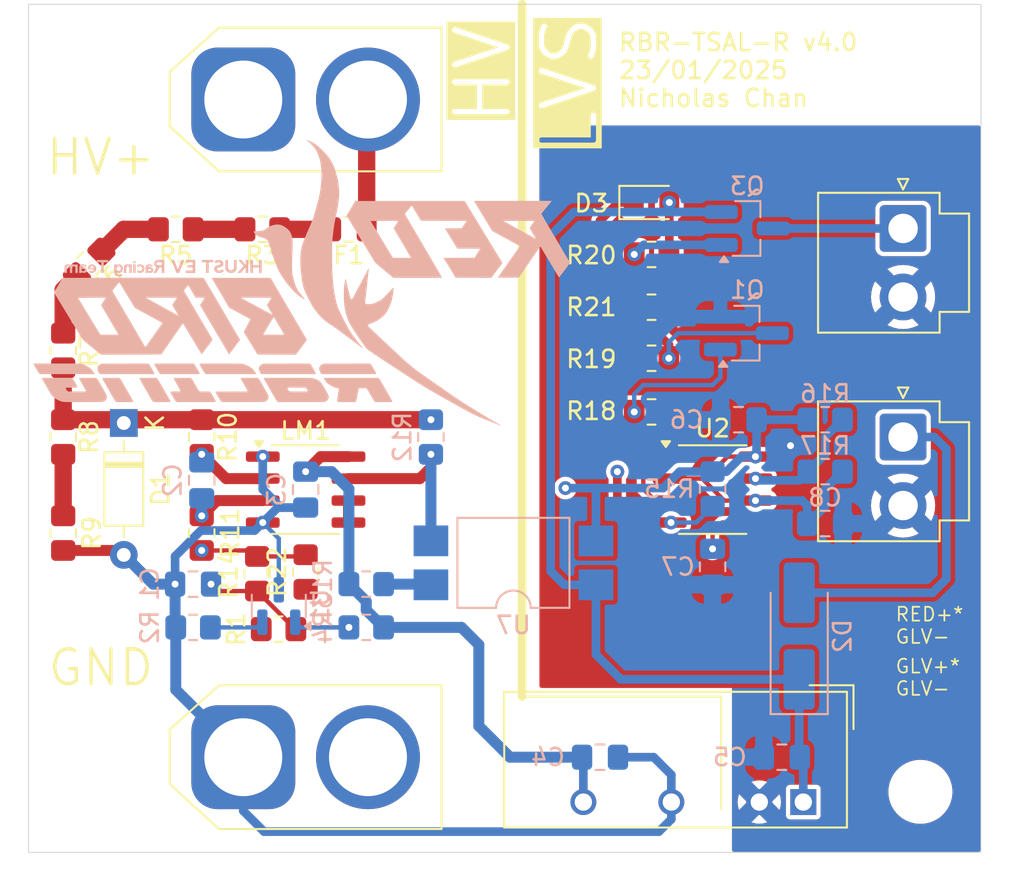
<source format=kicad_pcb>
(kicad_pcb (version 20240108) (generator "pcbnew") (generator_version "8.0")
  (layers (0 "F.Cu" signal) (31 "B.Cu" signal) (34 "B.Paste" user) (35 "F.Paste" user) (36 "B.SilkS" user "B.Silkscreen") (37 "F.SilkS" user "F.Silkscreen") (38 "B.Mask" user) (39 "F.Mask" user) (44 "Edge.Cuts" user))
  (net 0 "")
  (net 1 "GND")
  (net 2 "+12V")
  (net 3 "VCC")
  (net 4 "GLV-")
  (net 5 "/Vref")
  (net 6 "GLV+")
  (net 7 "/RED+")
  (net 8 "/Vin")
  (net 9 "Net-(J1-Pin_2)")
  (net 10 "Net-(F1-Pad1)")
  (net 11 "Net-(LM1--)")
  (net 12 "Net-(LM1-BAL)")
  (net 13 "Net-(LM1-+)")
  (net 14 "Net-(LM1-Pad7)")
  (net 15 "Net-(U1-REF)")
  (net 16 "Net-(D3-K)")
  (net 17 "Net-(U1-K)")
  (net 18 "Net-(R5-Pad2)")
  (net 19 "Net-(Q1-B)")
  (net 20 "Net-(R6-Pad1)")
  (net 21 "Net-(R8-Pad1)")
  (net 22 "Net-(R3-Pad2)")
  (net 23 "Net-(R13-Pad2)")
  (net 26 "Net-(Q1-C)")
  (net 27 "Net-(U2-VCC)")
  (net 28 "Net-(U2-CV)")
  (net 29 "Net-(U2-THR)")
  (net 30 "Net-(U2-R)")
  (net 31 "Net-(U2-DIS)")
  (net 32 "Net-(U2-Q)")
  (footprint "Connector_JST:JST_VH_B2P-VH_1x02_P3.96mm_Vertical" (layer "F.Cu") (at 150.5 62.95 -90)
    (property "Reference" "J4" (hide yes))
    (property "Value" "Conn_01x02")
    (pad "1" thru_hole roundrect (at 0 0 270) (size 2.7 2.7) (drill 1.7) (layers "*.Cu" "*.Mask") (roundrect_rratio 0.092593) (net 7 "/RED+"))
    (pad "2" thru_hole circle (at 3.96 0 270) (size 2.7 2.7) (drill 1.7) (layers "*.Cu" "*.Mask") (net 4 "GLV-"))
  )
  (footprint "Resistor_SMD:R_0805_2012Metric_Pad1.20x1.40mm_HandSolder" (layer "F.Cu") (at 135.975 64.45 180)
    (property "Reference" "R20" (at 3.475 -0.05 180) (layer "F.SilkS"))
    (property "Value" "1k")
    (pad "1" smd roundrect (at -1 0 180) (size 1.2 1.4) (layers "F.Cu" "F.Paste" "F.Mask") (roundrect_rratio 0.208333) (net 3 "VCC"))
    (pad "2" smd roundrect (at 1 0 180) (size 1.2 1.4) (layers "F.Cu" "F.Paste" "F.Mask") (roundrect_rratio 0.208333) (net 26 "Net-(Q1-C)"))
  )
  (footprint "MountingHole:MountingHole_3.2mm_M3" (layer "F.Cu") (at 151.5 53.5)
    (property "Reference" "H2" (hide yes))
    (property "Value" "MountingHole")
    (pad "" np_thru_hole circle (at 0 0) (size 3.2 3.2) (drill 3.2) (layers "*.Cu" "*.Mask"))
  )
  (footprint "Resistor_SMD:R_0805_2012Metric_Pad1.20x1.40mm_HandSolder" (layer "F.Cu") (at 102 80.555556 -90)
    (property "Reference" "R9" (at 0 -1.65 -90) (layer "F.SilkS"))
    (property "Value" "1k")
    (pad "1" smd roundrect (at -1 0 270) (size 1.2 1.4) (layers "F.Cu" "F.Paste" "F.Mask") (roundrect_rratio 0.208333) (net 21 "Net-(R8-Pad1)"))
    (pad "2" smd roundrect (at 1 0 270) (size 1.2 1.4) (layers "F.Cu" "F.Paste" "F.Mask") (roundrect_rratio 0.208333) (net 1 "GND"))
  )
  (footprint "MountingHole:MountingHole_3.2mm_M3" (layer "F.Cu") (at 103.5 53.5)
    (property "Reference" "H1" (hide yes))
    (property "Value" "MountingHole")
    (pad "" np_thru_hole circle (at 0 0) (size 3.2 3.2) (drill 3.2) (layers "*.Cu" "*.Mask"))
  )
  (footprint "Resistor_SMD:R_0805_2012Metric_Pad1.20x1.40mm_HandSolder" (layer "F.Cu") (at 135.975 73.55 180)
    (property "Reference" "R18" (at 3.475 0.05 180) (layer "F.SilkS"))
    (property "Value" "1k")
    (pad "1" smd roundrect (at -1 0 180) (size 1.2 1.4) (layers "F.Cu" "F.Paste" "F.Mask") (roundrect_rratio 0.208333) (net 32 "Net-(U2-Q)"))
    (pad "2" smd roundrect (at 1 0 180) (size 1.2 1.4) (layers "F.Cu" "F.Paste" "F.Mask") (roundrect_rratio 0.208333) (net 19 "Net-(Q1-B)"))
  )
  (footprint "Package_SO:SOIC-8_3.9x4.9mm_P1.27mm" (layer "F.Cu") (at 116 78.0375)
    (property "Reference" "LM1" (at 0 -3.4 0) (layer "F.SilkS"))
    (property "Value" "LM311")
    (pad "1" smd roundrect (at -2.475 -1.905) (size 1.95 0.6) (layers "F.Cu" "F.Paste" "F.Mask") (net 1 "GND"))
    (pad "2" smd roundrect (at -2.475 -0.635) (size 1.95 0.6) (layers "F.Cu" "F.Paste" "F.Mask") (net 13 "Net-(LM1-+)"))
    (pad "3" smd roundrect (at -2.475 0.635) (size 1.95 0.6) (layers "F.Cu" "F.Paste" "F.Mask") (net 11 "Net-(LM1--)"))
    (pad "4" smd roundrect (at -2.475 1.905) (size 1.95 0.6) (layers "F.Cu" "F.Paste" "F.Mask") (net 1 "GND"))
    (pad "5" smd roundrect (at 2.475 1.905) (size 1.95 0.6) (layers "F.Cu" "F.Paste" "F.Mask") (net 12 "Net-(LM1-BAL)"))
    (pad "6" smd roundrect (at 2.475 0.635) (size 1.95 0.6) (layers "F.Cu" "F.Paste" "F.Mask") (net 12 "Net-(LM1-BAL)"))
    (pad "7" smd roundrect (at 2.475 -0.635) (size 1.95 0.6) (layers "F.Cu" "F.Paste" "F.Mask") (net 14 "Net-(LM1-Pad7)"))
    (pad "8" smd roundrect (at 2.475 -1.905) (size 1.95 0.6) (layers "F.Cu" "F.Paste" "F.Mask") (net 2 "+12V"))
  )
  (footprint "Resistor_SMD:R_0805_2012Metric_Pad1.20x1.40mm_HandSolder" (layer "F.Cu") (at 108.5 63 180)
    (property "Reference" "R5" (at 0 -1.5 180) (layer "F.SilkS"))
    (property "Value" "249k")
    (pad "1" smd roundrect (at -1 0 180) (size 1.2 1.4) (layers "F.Cu" "F.Paste" "F.Mask") (roundrect_rratio 0.208333) (net 22 "Net-(R3-Pad2)"))
    (pad "2" smd roundrect (at 1 0 180) (size 1.2 1.4) (layers "F.Cu" "F.Paste" "F.Mask") (roundrect_rratio 0.208333) (net 18 "Net-(R5-Pad2)"))
  )
  (footprint "Resistor_SMD:R_0805_2012Metric_Pad1.20x1.40mm_HandSolder" (layer "F.Cu") (at 110 75 90)
    (property "Reference" "R10" (at 0 1.5 90) (layer "F.SilkS"))
    (property "Value" "100")
    (pad "1" smd roundrect (at -1 0 90) (size 1.2 1.4) (layers "F.Cu" "F.Paste" "F.Mask") (roundrect_rratio 0.208333) (net 13 "Net-(LM1-+)"))
    (pad "2" smd roundrect (at 1 0 90) (size 1.2 1.4) (layers "F.Cu" "F.Paste" "F.Mask") (roundrect_rratio 0.208333) (net 8 "/Vin"))
  )
  (footprint "Fuse:Fuse_0805_2012Metric_Pad1.15x1.40mm_HandSolder" (layer "F.Cu") (at 118.5 63)
    (property "Reference" "F1" (at 0 1.5 0) (layer "F.SilkS"))
    (property "Value" "Fuse")
    (pad "1" smd roundrect (at -1.025 0) (size 1.15 1.4) (layers "F.Cu" "F.Paste" "F.Mask") (roundrect_rratio 0.217391) (net 10 "Net-(F1-Pad1)"))
    (pad "2" smd roundrect (at 1.025 0) (size 1.15 1.4) (layers "F.Cu" "F.Paste" "F.Mask") (roundrect_rratio 0.217391) (net 9 "Net-(J1-Pin_2)"))
  )
  (footprint "Connector_AMASS:AMASS_XT60-M_1x02_P7.20mm_Vertical" (layer "F.Cu") (at 112.4 55.5)
    (property "Reference" "J1" (hide yes))
    (property "Value" "Conn_01x02_Pin")
    (pad "1" thru_hole roundrect (at 0 0) (size 6 6) (drill 4.5) (layers "*.Cu" "*.Mask"))
    (pad "2" thru_hole circle (at 7.2 0) (size 6 6) (drill 4.5) (layers "*.Cu" "*.Mask") (net 9 "Net-(J1-Pin_2)"))
  )
  (footprint "Resistor_SMD:R_0805_2012Metric_Pad1.20x1.40mm_HandSolder" (layer "F.Cu") (at 113.2 82.9 90)
    (property "Reference" "R14" (at 0 -1.65 270) (layer "F.SilkS"))
    (property "Value" "1k")
    (pad "1" smd roundrect (at -1 0 90) (size 1.2 1.4) (layers "F.Cu" "F.Paste" "F.Mask") (roundrect_rratio 0.208333) (net 17 "Net-(U1-K)"))
    (pad "2" smd roundrect (at 1 0 90) (size 1.2 1.4) (layers "F.Cu" "F.Paste" "F.Mask") (roundrect_rratio 0.208333) (net 5 "/Vref"))
  )
  (footprint "Converter_DCDC:Converter_DCDC_TRACO_TBA2-xxxx_Single_THT" (layer "F.Cu") (at 144.7375 96.0925 -90)
    (property "Reference" "U3" (hide yes))
    (property "Value" "B1212")
    (pad "1" thru_hole rect (at 0 0 270) (size 1.5 1.5) (drill 1) (layers "*.Cu" "*.Mask") (net 3 "VCC"))
    (pad "2" thru_hole circle (at 0 2.54 270) (size 1.5 1.5) (drill 1) (layers "*.Cu" "*.Mask") (net 4 "GLV-"))
    (pad "4" thru_hole circle (at 0 7.62 270) (size 1.5 1.5) (drill 1) (layers "*.Cu" "*.Mask") (net 1 "GND"))
    (pad "6" thru_hole circle (at 0 12.7 270) (size 1.5 1.5) (drill 1) (layers "*.Cu" "*.Mask") (net 2 "+12V"))
  )
  (footprint "MountingHole:MountingHole_3.2mm_M3" (layer "F.Cu") (at 103.5 95.5)
    (property "Reference" "H3" (hide yes))
    (property "Value" "MountingHole")
    (pad "" np_thru_hole circle (at 0 0) (size 3.2 3.2) (drill 3.2) (layers "*.Cu" "*.Mask"))
  )
  (footprint "Diode_THT:D_DO-35_SOD27_P7.62mm_Horizontal" (layer "F.Cu") (at 105.5 74.19 -90)
    (property "Reference" "D1" (at 3.81 -2.12 90) (layer "F.SilkS"))
    (property "Value" "12V")
    (fp_text user "K" (at 0 -1.8 90) (layer "F.SilkS"))
    (pad "1" thru_hole rect (at 0 0 270) (size 1.6 1.6) (drill 0.8) (layers "*.Cu" "*.Mask") (net 8 "/Vin"))
    (pad "2" thru_hole oval (at 7.62 0 270) (size 1.6 1.6) (drill 0.8) (layers "*.Cu" "*.Mask") (net 1 "GND"))
  )
  (footprint "Resistor_SMD:R_0805_2012Metric_Pad1.20x1.40mm_HandSolder" (layer "F.Cu") (at 102 75 90)
    (property "Reference" "R8" (at 0 1.5 90) (layer "F.SilkS"))
    (property "Value" "25k")
    (pad "1" smd roundrect (at -1 0 90) (size 1.2 1.4) (layers "F.Cu" "F.Paste" "F.Mask") (roundrect_rratio 0.208333) (net 21 "Net-(R8-Pad1)"))
    (pad "2" smd roundrect (at 1 0 90) (size 1.2 1.4) (layers "F.Cu" "F.Paste" "F.Mask") (roundrect_rratio 0.208333) (net 8 "/Vin"))
  )
  (footprint "Resistor_SMD:R_0805_2012Metric_Pad1.20x1.40mm_HandSolder" (layer "F.Cu") (at 135.975 67.5)
    (property "Reference" "R21" (at -3.475 0 0) (layer "F.SilkS"))
    (property "Value" "100k")
    (pad "1" smd roundrect (at -1 0) (size 1.2 1.4) (layers "F.Cu" "F.Paste" "F.Mask") (roundrect_rratio 0.208333) (net 26 "Net-(Q1-C)"))
    (pad "2" smd roundrect (at 1 0) (size 1.2 1.4) (layers "F.Cu" "F.Paste" "F.Mask") (roundrect_rratio 0.208333) (net 4 "GLV-"))
  )
  (footprint "Resistor_SMD:R_0805_2012Metric_Pad1.20x1.40mm_HandSolder" (layer "F.Cu") (at 102 70 -90)
    (property "Reference" "R7" (at 0 -1.5 -90) (layer "F.SilkS"))
    (property "Value" "249k")
    (pad "1" smd roundrect (at -1 0 270) (size 1.2 1.4) (layers "F.Cu" "F.Paste" "F.Mask") (roundrect_rratio 0.208333) (net 20 "Net-(R6-Pad1)"))
    (pad "2" smd roundrect (at 1 0 270) (size 1.2 1.4) (layers "F.Cu" "F.Paste" "F.Mask") (roundrect_rratio 0.208333) (net 8 "/Vin"))
  )
  (footprint "LED_SMD:LED_0805_2012Metric_Pad1.15x1.40mm_HandSolder" (layer "F.Cu") (at 135.975 61.45)
    (property "Reference" "D3" (at -3.475 0.05 0) (layer "F.SilkS"))
    (property "Value" "LED")
    (pad "1" smd roundrect (at -1.025 0) (size 1.15 1.4) (layers "F.Cu" "F.Paste" "F.Mask") (roundrect_rratio 0.217391) (net 16 "Net-(D3-K)"))
    (pad "2" smd roundrect (at 1.025 0) (size 1.15 1.4) (layers "F.Cu" "F.Paste" "F.Mask") (roundrect_rratio 0.217391) (net 3 "VCC"))
  )
  (footprint "Connector_JST:JST_VH_B2P-VH_1x02_P3.96mm_Vertical" (layer "F.Cu") (at 150.5 75 -90)
    (property "Reference" "J3" (hide yes))
    (property "Value" "Conn_01x02")
    (pad "1" thru_hole roundrect (at 0 0 270) (size 2.7 2.7) (drill 1.7) (layers "*.Cu" "*.Mask") (roundrect_rratio 0.092593) (net 6 "GLV+"))
    (pad "2" thru_hole circle (at 3.96 0 270) (size 2.7 2.7) (drill 1.7) (layers "*.Cu" "*.Mask") (net 4 "GLV-"))
  )
  (footprint "Resistor_SMD:R_0805_2012Metric_Pad1.20x1.40mm_HandSolder" (layer "F.Cu") (at 116 82.8 90)
    (property "Reference" "R22" (at 0 -1.65 270) (layer "F.SilkS"))
    (property "Value" "1k")
    (pad "1" smd roundrect (at -1 0 90) (size 1.2 1.4) (layers "F.Cu" "F.Paste" "F.Mask") (roundrect_rratio 0.208333) (net 1 "GND"))
    (pad "2" smd roundrect (at 1 0 90) (size 1.2 1.4) (layers "F.Cu" "F.Paste" "F.Mask") (roundrect_rratio 0.208333) (net 5 "/Vref"))
  )
  (footprint "Resistor_SMD:R_0805_2012Metric_Pad1.20x1.40mm_HandSolder" (layer "F.Cu") (at 110 80.555556 -90)
    (property "Reference" "R11" (at 0 -1.65 -90) (layer "F.SilkS"))
    (property "Value" "100")
    (pad "1" smd roundrect (at -1 0 270) (size 1.2 1.4) (layers "F.Cu" "F.Paste" "F.Mask") (roundrect_rratio 0.208333) (net 11 "Net-(LM1--)"))
    (pad "2" smd roundrect (at 1 0 270) (size 1.2 1.4) (layers "F.Cu" "F.Paste" "F.Mask") (roundrect_rratio 0.208333) (net 5 "/Vref"))
  )
  (footprint "Resistor_SMD:R_0805_2012Metric_Pad1.20x1.40mm_HandSolder" (layer "F.Cu") (at 113.5 63 180)
    (property "Reference" "R3" (at 0 -1.5 180) (layer "F.SilkS"))
    (property "Value" "249k")
    (pad "1" smd roundrect (at -1 0 180) (size 1.2 1.4) (layers "F.Cu" "F.Paste" "F.Mask") (roundrect_rratio 0.208333) (net 10 "Net-(F1-Pad1)"))
    (pad "2" smd roundrect (at 1 0 180) (size 1.2 1.4) (layers "F.Cu" "F.Paste" "F.Mask") (roundrect_rratio 0.208333) (net 22 "Net-(R3-Pad2)"))
  )
  (footprint "Connector_AMASS:AMASS_XT60-M_1x02_P7.20mm_Vertical" (layer "F.Cu") (at 112.4 93.5)
    (property "Reference" "J2" (hide yes))
    (property "Value" "Conn_01x02_Pin")
    (pad "1" thru_hole roundrect (at 0 0) (size 6 6) (drill 4.5) (layers "*.Cu" "*.Mask") (net 1 "GND"))
    (pad "2" thru_hole circle (at 7.2 0) (size 6 6) (drill 4.5) (layers "*.Cu" "*.Mask"))
  )
  (footprint "MountingHole:MountingHole_3.2mm_M3" (layer "F.Cu") (at 151.5 95.5)
    (property "Reference" "H4" (hide yes))
    (property "Value" "MountingHole")
    (pad "" np_thru_hole circle (at 0 0) (size 3.2 3.2) (drill 3.2) (layers "*.Cu" "*.Mask"))
  )
  (footprint "Resistor_SMD:R_0805_2012Metric_Pad1.20x1.40mm_HandSolder" (layer "F.Cu") (at 103.5 65 45)
    (property "Reference" "R6" (at 0 1.414214 45) (layer "F.SilkS"))
    (property "Value" "249k")
    (pad "1" smd roundrect (at -1 0 45) (size 1.2 1.4) (layers "F.Cu" "F.Paste" "F.Mask") (roundrect_rratio 0.208333) (net 20 "Net-(R6-Pad1)"))
    (pad "2" smd roundrect (at 1 0 45) (size 1.2 1.4) (layers "F.Cu" "F.Paste" "F.Mask") (roundrect_rratio 0.208333) (net 18 "Net-(R5-Pad2)"))
  )
  (footprint "Package_SO:SOIC-8_3.9x4.9mm_P1.27mm" (layer "F.Cu") (at 139.5 78.0375)
    (property "Reference" "U2" (at 0 -3.5375 0) (layer "F.SilkS"))
    (property "Value" "NE555D")
    (pad "1" smd roundrect (at -2.475 -1.905) (size 1.95 0.6) (layers "F.Cu" "F.Paste" "F.Mask") (net 4 "GLV-"))
    (pad "2" smd roundrect (at -2.475 -0.635) (size 1.95 0.6) (layers "F.Cu" "F.Paste" "F.Mask") (net 29 "Net-(U2-THR)"))
    (pad "3" smd roundrect (at -2.475 0.635) (size 1.95 0.6) (layers "F.Cu" "F.Paste" "F.Mask") (net 32 "Net-(U2-Q)"))
    (pad "4" smd roundrect (at -2.475 1.905) (size 1.95 0.6) (layers "F.Cu" "F.Paste" "F.Mask") (net 30 "Net-(U2-R)"))
    (pad "5" smd roundrect (at 2.475 1.905) (size 1.95 0.6) (layers "F.Cu" "F.Paste" "F.Mask") (net 28 "Net-(U2-CV)"))
    (pad "6" smd roundrect (at 2.475 0.635) (size 1.95 0.6) (layers "F.Cu" "F.Paste" "F.Mask") (net 29 "Net-(U2-THR)"))
    (pad "7" smd roundrect (at 2.475 -0.635) (size 1.95 0.6) (layers "F.Cu" "F.Paste" "F.Mask") (net 31 "Net-(U2-DIS)"))
    (pad "8" smd roundrect (at 2.475 -1.905) (size 1.95 0.6) (layers "F.Cu" "F.Paste" "F.Mask") (net 27 "Net-(U2-VCC)"))
  )
  (footprint "Resistor_SMD:R_0805_2012Metric_Pad1.20x1.40mm_HandSolder" (layer "F.Cu") (at 114.4375 86.1 180)
    (property "Reference" "R1" (at 2.4375 0 270) (layer "F.SilkS"))
    (property "Value" "2k")
    (pad "1" smd roundrect (at -1 0 180) (size 1.2 1.4) (layers "F.Cu" "F.Paste" "F.Mask") (roundrect_rratio 0.208333) (net 17 "Net-(U1-K)"))
    (pad "2" smd roundrect (at 1 0 180) (size 1.2 1.4) (layers "F.Cu" "F.Paste" "F.Mask") (roundrect_rratio 0.208333) (net 15 "Net-(U1-REF)"))
  )
  (footprint "Resistor_SMD:R_0805_2012Metric_Pad1.20x1.40mm_HandSolder" (layer "F.Cu") (at 135.975 70.45)
    (property "Reference" "R19" (at -3.475 0.05 0) (layer "F.SilkS"))
    (property "Value" "1k")
    (pad "1" smd roundrect (at -1 0) (size 1.2 1.4) (layers "F.Cu" "F.Paste" "F.Mask") (roundrect_rratio 0.208333) (net 16 "Net-(D3-K)"))
    (pad "2" smd roundrect (at 1 0) (size 1.2 1.4) (layers "F.Cu" "F.Paste" "F.Mask") (roundrect_rratio 0.208333) (net 26 "Net-(Q1-C)"))
  )
  (footprint "RBR_logo:RBR_logo" (layer "B.Cu") (at 115.5 66 180)
    (property "Reference" "G***" (hide yes))
    (property "Value" "LOGO" (hide yes))
  )
  (footprint "Package_TO_SOT_SMD:SOT-23" (layer "B.Cu") (at 114.45 84.7625 90)
    (property "Reference" "U1" (at 0 2.4 270) (layer "B.SilkS") (effects (justify mirror)))
    (property "Value" "TL431DBZ")
    (pad "1" smd roundrect (at -0.9375 0.95 90) (size 1.475 0.6) (layers "B.Cu" "B.Paste" "B.Mask") (net 17 "Net-(U1-K)"))
    (pad "2" smd roundrect (at -0.9375 -0.95 90) (size 1.475 0.6) (layers "B.Cu" "B.Paste" "B.Mask") (net 15 "Net-(U1-REF)"))
    (pad "3" smd roundrect (at 0.9375 0 90) (size 1.475 0.6) (layers "B.Cu" "B.Paste" "B.Mask") (net 1 "GND"))
  )
  (footprint "Package_TO_SOT_SMD:SOT-23_Handsoldering" (layer "B.Cu") (at 141.45 69)
    (property "Reference" "Q1" (at 0.05 -2.5 0) (layer "B.SilkS") (effects (justify mirror)))
    (property "Value" "MMBT3904")
    (pad "1" smd roundrect (at -1.5 0.95) (size 1.9 0.8) (layers "B.Cu" "B.Paste" "B.Mask") (net 19 "Net-(Q1-B)"))
    (pad "2" smd roundrect (at -1.5 -0.95) (size 1.9 0.8) (layers "B.Cu" "B.Paste" "B.Mask") (net 4 "GLV-"))
    (pad "3" smd roundrect (at 1.5 0) (size 1.9 0.8) (layers "B.Cu" "B.Paste" "B.Mask") (net 26 "Net-(Q1-C)"))
  )
  (footprint "Diode_SMD:D_SMA_Handsoldering" (layer "B.Cu") (at 144.5 86.5 90)
    (property "Reference" "D2" (at 0 2.5 90) (layer "B.SilkS") (effects (justify mirror)))
    (property "Value" "D")
    (pad "1" smd roundrect (at -2.5 0 90) (size 3.5 1.8) (layers "B.Cu" "B.Paste" "B.Mask") (roundrect_rratio 0.1388888889) (net 3 "VCC"))
    (pad "2" smd roundrect (at 2.5 0 90) (size 3.5 1.8) (layers "B.Cu" "B.Paste" "B.Mask") (roundrect_rratio 0.1388888889) (net 6 "GLV+"))
  )
  (footprint "Capacitor_SMD:C_0805_2012Metric_Pad1.18x1.45mm_HandSolder" (layer "B.Cu") (at 116 78.0375 -90)
    (property "Reference" "C3" (at 0 1.68 90) (layer "B.SilkS") (effects (justify mirror)))
    (property "Value" "100n")
    (pad "1" smd roundrect (at -1.0375 0 270) (size 1.175 1.45) (layers "B.Cu" "B.Paste" "B.Mask") (roundrect_rratio 0.212766) (net 2 "+12V"))
    (pad "2" smd roundrect (at 1.0375 0 270) (size 1.175 1.45) (layers "B.Cu" "B.Paste" "B.Mask") (roundrect_rratio 0.212766) (net 1 "GND"))
  )
  (footprint "Resistor_SMD:R_0805_2012Metric_Pad1.20x1.40mm_HandSolder" (layer "B.Cu") (at 146 74 180)
    (property "Reference" "R16" (at 0 1.5 180) (layer "B.SilkS") (effects (justify mirror)))
    (property "Value" "22k")
    (pad "1" smd roundrect (at -1 0 180) (size 1.2 1.4) (layers "B.Cu" "B.Paste" "B.Mask") (roundrect_rratio 0.208333) (net 31 "Net-(U2-DIS)"))
    (pad "2" smd roundrect (at 1 0 180) (size 1.2 1.4) (layers "B.Cu" "B.Paste" "B.Mask") (roundrect_rratio 0.208333) (net 27 "Net-(U2-VCC)"))
  )
  (footprint "Capacitor_SMD:C_0805_2012Metric_Pad1.18x1.45mm_HandSolder" (layer "B.Cu") (at 133 93.5 180)
    (property "Reference" "C4" (at 3 0 180) (layer "B.SilkS") (effects (justify mirror)))
    (property "Value" "1uF")
    (pad "1" smd roundrect (at -1.0375 0 180) (size 1.175 1.45) (layers "B.Cu" "B.Paste" "B.Mask") (roundrect_rratio 0.212766) (net 1 "GND"))
    (pad "2" smd roundrect (at 1.0375 0 180) (size 1.175 1.45) (layers "B.Cu" "B.Paste" "B.Mask") (roundrect_rratio 0.212766) (net 2 "+12V"))
  )
  (footprint "Capacitor_SMD:C_0805_2012Metric_Pad1.18x1.45mm_HandSolder" (layer "B.Cu") (at 139.5 82.5 90)
    (property "Reference" "C7" (at 0 -2 0) (layer "B.SilkS") (effects (justify mirror)))
    (property "Value" "100n")
    (pad "1" smd roundrect (at -1.0375 0 90) (size 1.175 1.45) (layers "B.Cu" "B.Paste" "B.Mask") (roundrect_rratio 0.212766) (net 4 "GLV-"))
    (pad "2" smd roundrect (at 1.0375 0 90) (size 1.175 1.45) (layers "B.Cu" "B.Paste" "B.Mask") (roundrect_rratio 0.212766) (net 28 "Net-(U2-CV)"))
  )
  (footprint "Resistor_SMD:R_0805_2012Metric_Pad1.20x1.40mm_HandSolder" (layer "B.Cu") (at 119.5 86)
    (property "Reference" "R4" (at -2.5 0 90) (layer "B.SilkS") (effects (justify mirror)))
    (property "Value" "2k2")
    (pad "1" smd roundrect (at -1 0) (size 1.2 1.4) (layers "B.Cu" "B.Paste" "B.Mask") (roundrect_rratio 0.208333) (net 17 "Net-(U1-K)"))
    (pad "2" smd roundrect (at 1 0) (size 1.2 1.4) (layers "B.Cu" "B.Paste" "B.Mask") (roundrect_rratio 0.208333) (net 2 "+12V"))
  )
  (footprint "Package_TO_SOT_SMD:SOT-23_Handsoldering" (layer "B.Cu") (at 141.5 62.95)
    (property "Reference" "Q3" (at 0 -2.45 0) (layer "B.SilkS") (effects (justify mirror)))
    (property "Value" "AO3401A")
    (pad "1" smd roundrect (at -1.5 0.95) (size 1.9 0.8) (layers "B.Cu" "B.Paste" "B.Mask") (net 26 "Net-(Q1-C)"))
    (pad "2" smd roundrect (at -1.5 -0.95) (size 1.9 0.8) (layers "B.Cu" "B.Paste" "B.Mask") (net 3 "VCC"))
    (pad "3" smd roundrect (at 1.5 0) (size 1.9 0.8) (layers "B.Cu" "B.Paste" "B.Mask") (net 7 "/RED+"))
  )
  (footprint "Capacitor_SMD:C_0805_2012Metric_Pad1.18x1.45mm_HandSolder" (layer "B.Cu") (at 109.5 83.5 180)
    (property "Reference" "C1" (at 2.5 0 -90) (layer "B.SilkS") (effects (justify mirror)))
    (property "Value" "0.1uF")
    (pad "1" smd roundrect (at -1.0375 0 180) (size 1.175 1.45) (layers "B.Cu" "B.Paste" "B.Mask") (roundrect_rratio 0.212766) (net 17 "Net-(U1-K)"))
    (pad "2" smd roundrect (at 1.0375 0 180) (size 1.175 1.45) (layers "B.Cu" "B.Paste" "B.Mask") (roundrect_rratio 0.212766) (net 1 "GND"))
  )
  (footprint "Capacitor_SMD:C_0805_2012Metric_Pad1.18x1.45mm_HandSolder" (layer "B.Cu") (at 141 74)
    (property "Reference" "C6" (at -3 0 180) (layer "B.SilkS") (effects (justify mirror)))
    (property "Value" "100n")
    (pad "1" smd roundrect (at -1.0375 0) (size 1.175 1.45) (layers "B.Cu" "B.Paste" "B.Mask") (roundrect_rratio 0.212766) (net 4 "GLV-"))
    (pad "2" smd roundrect (at 1.0375 0) (size 1.175 1.45) (layers "B.Cu" "B.Paste" "B.Mask") (roundrect_rratio 0.212766) (net 27 "Net-(U2-VCC)"))
  )
  (footprint "Resistor_SMD:R_0805_2012Metric_Pad1.20x1.40mm_HandSolder" (layer "B.Cu") (at 139.5 78 90)
    (property "Reference" "R15" (at 0 -2.5 0) (layer "B.SilkS") (effects (justify mirror)))
    (property "Value" "22k")
    (pad "1" smd roundrect (at -1 0 90) (size 1.2 1.4) (layers "B.Cu" "B.Paste" "B.Mask") (roundrect_rratio 0.208333) (net 30 "Net-(U2-R)"))
    (pad "2" smd roundrect (at 1 0 90) (size 1.2 1.4) (layers "B.Cu" "B.Paste" "B.Mask") (roundrect_rratio 0.208333) (net 27 "Net-(U2-VCC)"))
  )
  (footprint "Package_DIP:SMDIP-4_W9.53mm" (layer "B.Cu") (at 128 82.27)
    (property "Reference" "U7" (at 0 3.6 0) (layer "B.SilkS") (effects (justify mirror)))
    (property "Value" "LTV-817S")
    (pad "1" smd rect (at -4.765 1.27) (size 2 1.78) (layers "B.Cu" "B.Paste" "B.Mask") (net 23 "Net-(R13-Pad2)"))
    (pad "2" smd rect (at -4.765 -1.27) (size 2 1.78) (layers "B.Cu" "B.Paste" "B.Mask") (net 14 "Net-(LM1-Pad7)"))
    (pad "3" smd rect (at 4.765 -1.27) (size 2 1.78) (layers "B.Cu" "B.Paste" "B.Mask") (net 27 "Net-(U2-VCC)"))
    (pad "4" smd rect (at 4.765 1.27) (size 2 1.78) (layers "B.Cu" "B.Paste" "B.Mask") (net 3 "VCC"))
  )
  (footprint "Capacitor_SMD:C_0805_2012Metric_Pad1.18x1.45mm_HandSolder" (layer "B.Cu") (at 146 80 180)
    (property "Reference" "C8" (at 0 1.5 0) (layer "B.SilkS") (effects (justify mirror)))
    (property "Value" "1u")
    (pad "1" smd roundrect (at -1.0375 0 180) (size 1.175 1.45) (layers "B.Cu" "B.Paste" "B.Mask") (roundrect_rratio 0.212766) (net 4 "GLV-"))
    (pad "2" smd roundrect (at 1.0375 0 180) (size 1.175 1.45) (layers "B.Cu" "B.Paste" "B.Mask") (roundrect_rratio 0.212766) (net 29 "Net-(U2-THR)"))
  )
  (footprint "Resistor_SMD:R_0805_2012Metric_Pad1.20x1.40mm_HandSolder" (layer "B.Cu") (at 119.5 83.5)
    (property "Reference" "R13" (at -2.5 0 90) (layer "B.SilkS") (effects (justify mirror)))
    (property "Value" "2k2")
    (pad "1" smd roundrect (at -1 0) (size 1.2 1.4) (layers "B.Cu" "B.Paste" "B.Mask") (roundrect_rratio 0.208333) (net 2 "+12V"))
    (pad "2" smd roundrect (at 1 0) (size 1.2 1.4) (layers "B.Cu" "B.Paste" "B.Mask") (roundrect_rratio 0.208333) (net 23 "Net-(R13-Pad2)"))
  )
  (footprint "Resistor_SMD:R_0805_2012Metric_Pad1.20x1.40mm_HandSolder" (layer "B.Cu") (at 109.5 86 180)
    (property "Reference" "R2" (at 2.5 0 -90) (layer "B.SilkS") (effects (justify mirror)))
    (property "Value" "10k")
    (pad "1" smd roundrect (at -1 0 180) (size 1.2 1.4) (layers "B.Cu" "B.Paste" "B.Mask") (roundrect_rratio 0.208333) (net 15 "Net-(U1-REF)"))
    (pad "2" smd roundrect (at 1 0 180) (size 1.2 1.4) (layers "B.Cu" "B.Paste" "B.Mask") (roundrect_rratio 0.208333) (net 1 "GND"))
  )
  (footprint "Capacitor_SMD:C_0805_2012Metric_Pad1.18x1.45mm_HandSolder" (layer "B.Cu") (at 143.5 93.5)
    (property "Reference" "C5" (at -3 0 0) (layer "B.SilkS") (effects (justify mirror)))
    (property "Value" "2.2uF")
    (pad "1" smd roundrect (at -1.0375 0) (size 1.175 1.45) (layers "B.Cu" "B.Paste" "B.Mask") (roundrect_rratio 0.212766) (net 4 "GLV-"))
    (pad "2" smd roundrect (at 1.0375 0) (size 1.175 1.45) (layers "B.Cu" "B.Paste" "B.Mask") (roundrect_rratio 0.212766) (net 3 "VCC"))
  )
  (footprint "Resistor_SMD:R_0805_2012Metric_Pad1.20x1.40mm_HandSolder" (layer "B.Cu") (at 146 77 180)
    (property "Reference" "R17" (at 0 1.5 0) (layer "B.SilkS") (effects (justify mirror)))
    (property "Value" "220k")
    (pad "1" smd roundrect (at -1 0 180) (size 1.2 1.4) (layers "B.Cu" "B.Paste" "B.Mask") (roundrect_rratio 0.208333) (net 29 "Net-(U2-THR)"))
    (pad "2" smd roundrect (at 1 0 180) (size 1.2 1.4) (layers "B.Cu" "B.Paste" "B.Mask") (roundrect_rratio 0.208333) (net 31 "Net-(U2-DIS)"))
  )
  (footprint "Resistor_SMD:R_0805_2012Metric_Pad1.20x1.40mm_HandSolder" (layer "B.Cu") (at 123.235 75 -90)
    (property "Reference" "R12" (at 0 1.65 90) (layer "B.SilkS") (effects (justify mirror)))
    (property "Value" "1M")
    (pad "1" smd roundrect (at -1 0 270) (size 1.2 1.4) (layers "B.Cu" "B.Paste" "B.Mask") (roundrect_rratio 0.208333) (net 8 "/Vin"))
    (pad "2" smd roundrect (at 1 0 270) (size 1.2 1.4) (layers "B.Cu" "B.Paste" "B.Mask") (roundrect_rratio 0.208333) (net 14 "Net-(LM1-Pad7)"))
  )
  (footprint "Capacitor_SMD:C_0805_2012Metric_Pad1.18x1.45mm_HandSolder" (layer "B.Cu") (at 110 77.5 -90)
    (property "Reference" "C2" (at 0 1.68 90) (layer "B.SilkS") (effects (justify mirror)))
    (property "Value" "10n")
    (pad "1" smd roundrect (at -1.0375 0 270) (size 1.175 1.45) (layers "B.Cu" "B.Paste" "B.Mask") (roundrect_rratio 0.212766) (net 13 "Net-(LM1-+)"))
    (pad "2" smd roundrect (at 1.0375 0 270) (size 1.175 1.45) (layers "B.Cu" "B.Paste" "B.Mask") (roundrect_rratio 0.212766) (net 11 "Net-(LM1--)"))
  )
  (gr_line (start 140 96.5) (end 140 90) (stroke (width 0.12)) (layer "F.SilkS"))
  (gr_line (start 140 90) (end 128.5 90) (stroke (width 0.12)) (layer "F.SilkS"))
  (gr_line (start 128.5 90) (end 128.5 50) (stroke (width 0.5)) (layer "F.SilkS"))
  (gr_rect (start 100 50) (end 155 99) (stroke (width 0.05)) (fill none) (layer "Edge.Cuts"))
  (gr_text "GND" (at 101 89.5 0) (layer "F.SilkS") (effects (font (size 2 2) (thickness 0.2)) (justify left bottom)))
  (gr_text "HV" (at 128 51 90) (layer "F.SilkS" knockout) (effects (font (size 3 3) (thickness 0.3)) (justify right bottom)))
  (gr_text "RBR-TSAL-R v4.0\n23/01/2025\nNicholas Chan" (at 134 56 0) (layer "F.SilkS") (effects (font (size 1 1)) (justify left bottom)))
  (gr_text "LVS" (at 133 50.5 90) (layer "F.SilkS" knockout) (effects (font (size 3 3) (thickness 0.3)) (justify right bottom)))
  (gr_text "GLV+*\nGLV-" (at 150 90 0) (layer "F.SilkS") (effects (font (size 0.8 0.8) (thickness 0.1)) (justify left bottom)))
  (gr_text "HV+" (at 100.904762 60 0) (layer "F.SilkS") (effects (font (size 2 2) (thickness 0.2)) (justify left bottom)))
  (gr_text "RED+*\nGLV-" (at 150 87 0) (layer "F.SilkS") (effects (font (size 0.8 0.8) (thickness 0.1)) (justify left bottom)))
  (segment (start 105.245556 81.555556) (end 105.5 81.81) (width 0.635) (layer "F.Cu") (net 1))
  (segment (start 102 81.555556) (end 105.245556 81.555556) (width 0.635) (layer "F.Cu") (net 1))
  (via (at 113.525 79.9425) (size 0.8) (drill 0.4) (layers "F.Cu" "B.Cu") (net 1))
  (via (at 113.525 76.1325) (size 0.8) (drill 0.4) (layers "F.Cu" "B.Cu") (net 1))
  (via (at 108.4625 83.5) (size 0.8) (drill 0.4) (layers "F.Cu" "B.Cu") (net 1))
  (segment (start 108.4625 85.9625) (end 108.5 86) (width 0.635) (layer "B.Cu") (net 1))
  (segment (start 113.525 79.9425) (end 113.061944 80.405556) (width 0.5) (layer "B.Cu") (net 1))
  (segment (start 114.3925 79.075) (end 113.525 79.9425) (width 0.5) (layer "B.Cu") (net 1))
  (segment (start 116 79.075) (end 114.3925 79.075) (width 0.5) (layer "B.Cu") (net 1))
  (segment (start 114.575 79.075) (end 113.525 78.025) (width 0.5) (layer "B.Cu") (net 1))
  (segment (start 116 79.075) (end 114.575 79.075) (width 0.5) (layer "B.Cu") (net 1))
  (segment (start 114.45 83.825) (end 114.45 80.8675) (width 0.25) (layer "B.Cu") (net 1))
  (segment (start 108.5 89.6) (end 112.4 93.5) (width 0.635) (layer "B.Cu") (net 1))
  (segment (start 137.1175 97.0825) (end 136.4 97.8) (width 0.5) (layer "B.Cu") (net 1))
  (segment (start 114.45 80.8675) (end 113.525 79.9425) (width 0.25) (layer "B.Cu") (net 1))
  (segment (start 112.4 96.6) (end 112.4 93.5) (width 0.5) (layer "B.Cu") (net 1))
  (segment (start 108.4625 83.5) (end 107.19 83.5) (width 0.635) (layer "B.Cu") (net 1))
  (segment (start 113.061944 80.405556) (end 109.947918 80.405556) (width 0.5) (layer "B.Cu") (net 1))
  (segment (start 113.6 97.8) (end 112.4 96.6) (width 0.5) (layer "B.Cu") (net 1))
  (segment (start 108.4625 81.890974) (end 108.4625 83.5) (width 0.5) (layer "B.Cu") (net 1))
  (segment (start 136.4 97.8) (end 113.6 97.8) (width 0.5) (layer "B.Cu") (net 1))
  (segment (start 137.1175 94.5175) (end 136.1 93.5) (width 0.5) (layer "B.Cu") (net 1))
  (segment (start 137.1175 96.0925) (end 137.1175 97.0825) (width 0.5) (layer "B.Cu") (net 1))
  (segment (start 137.1175 96.0925) (end 137.1175 94.5175) (width 0.5) (layer "B.Cu") (net 1))
  (segment (start 113.525 78.025) (end 113.525 76.1325) (width 0.5) (layer "B.Cu") (net 1))
  (segment (start 136.1 93.5) (end 134.0375 93.5) (width 0.5) (layer "B.Cu") (net 1))
  (segment (start 109.947918 80.405556) (end 108.4625 81.890974) (width 0.5) (layer "B.Cu") (net 1))
  (segment (start 107.19 83.5) (end 105.5 81.81) (width 0.635) (layer "B.Cu") (net 1))
  (segment (start 108.4625 83.5) (end 108.4625 85.9625) (width 0.635) (layer "B.Cu") (net 1))
  (segment (start 108.5 86) (end 108.5 89.6) (width 0.635) (layer "B.Cu") (net 1))
  (segment (start 118.475 76.1325) (end 116.8675 76.1325) (width 0.635) (layer "F.Cu") (net 2))
  (segment (start 116.8675 76.1325) (end 116 77) (width 0.635) (layer "F.Cu") (net 2))
  (via (at 116 77) (size 0.8) (drill 0.4) (layers "F.Cu" "B.Cu") (net 2))
  (segment (start 125 86) (end 126 87) (width 0.635) (layer "B.Cu") (net 2))
  (segment (start 126 91.7) (end 127.8 93.5) (width 0.635) (layer "B.Cu") (net 2))
  (segment (start 116 77) (end 117.5 77) (width 0.635) (layer "B.Cu") (net 2))
  (segment (start 132.0375 96.0925) (end 132.0375 93.575) (width 0.5) (layer "B.Cu") (net 2))
  (segment (start 132.0375 93.5375) (end 131.9625 93.4625) (width 0.635) (layer "B.Cu") (net 2))
  (segment (start 127.8 93.5) (end 131.9625 93.5) (width 0.635) (layer "B.Cu") (net 2))
  (segment (start 118.5 78) (end 118.5 83.5) (width 0.635) (layer "B.Cu") (net 2))
  (segment (start 119.5 85) (end 120.5 86) (width 0.635) (layer "B.Cu") (net 2))
  (segment (start 126 87) (end 126 91.7) (width 0.635) (layer "B.Cu") (net 2))
  (segment (start 132.0375 93.575) (end 131.9625 93.5) (width 0.5) (layer "B.Cu") (net 2))
  (segment (start 118.5 83.5) (end 119.5 84.5) (width 0.635) (layer "B.Cu") (net 2))
  (segment (start 120.5 86) (end 125 86) (width 0.635) (layer "B.Cu") (net 2))
  (segment (start 117.5 77) (end 118.5 78) (width 0.635) (layer "B.Cu") (net 2))
  (segment (start 119.5 84.5) (end 119.5 85) (width 0.635) (layer "B.Cu") (net 2))
  (segment (start 137 61.45) (end 137 64.425) (width 0.5) (layer "F.Cu") (net 3))
  (segment (start 137 64.425) (end 136.975 64.45) (width 0.5) (layer "F.Cu") (net 3))
  (via (at 137 61.45) (size 0.8) (drill 0.4) (layers "F.Cu" "B.Cu") (net 3))
  (segment (start 144.5375 93.4) (end 144.7375 93.6) (width 0.5) (layer "B.Cu") (net 3))
  (segment (start 130.94 83.54) (end 130.15 82.75) (width 0.5) (layer "B.Cu") (net 3))
  (segment (start 144.5 93.48125) (end 144.5375 93.51875) (width 0.5) (layer "B.Cu") (net 3))
  (segment (start 144.5 93.4625) (end 144.5375 93.5) (width 0.5) (layer "B.Cu") (net 3))
  (segment (start 134.2 89) (end 132.765 87.565) (width 0.5) (layer "B.Cu") (net 3))
  (segment (start 140 62) (end 137.2 62) (width 0.5) (layer "B.Cu") (net 3))
  (segment (start 131.5 62) (end 140 62) (width 0.5) (layer "B.Cu") (net 3))
  (segment (start 132.765 87.565) (end 132.765 83.54) (width 0.5) (layer "B.Cu") (net 3))
  (segment (start 132.765 83.54) (end 130.94 83.54) (width 0.5) (layer "B.Cu") (net 3))
  (segment (start 144.7375 96.0925) (end 144.7375 93.7) (width 0.5) (layer "B.Cu") (net 3))
  (segment (start 144.5 89) (end 134.2 89) (width 0.5) (layer "B.Cu") (net 3))
  (segment (start 130.15 82.75) (end 130.15 63.35) (width 0.5) (layer "B.Cu") (net 3))
  (segment (start 144.7375 93.7) (end 144.5375 93.5) (width 0.5) (layer "B.Cu") (net 3))
  (segment (start 137 61.8) (end 137 61.45) (width 0.5) (layer "B.Cu") (net 3))
  (segment (start 144.5 89) (end 144.5 93.4625) (width 0.5) (layer "B.Cu") (net 3))
  (segment (start 137.2 62) (end 137 61.8) (width 0.5) (layer "B.Cu") (net 3))
  (segment (start 130.15 63.35) (end 131.5 62) (width 0.5) (layer "B.Cu") (net 3))
  (via (at 144 75.5) (size 0.8) (drill 0.4) (layers "F.Cu" "B.Cu") (net 4))
  (segment (start 112.9 81.9) (end 112.555556 81.555556) (width 0.25) (layer "F.Cu") (net 5))
  (segment (start 115.9 81.9) (end 116 81.8) (width 0.25) (layer "F.Cu") (net 5))
  (segment (start 112.555556 81.555556) (end 110 81.555556) (width 0.25) (layer "F.Cu") (net 5))
  (segment (start 113.2 81.9) (end 112.9 81.9) (width 0.25) (layer "F.Cu") (net 5))
  (segment (start 113.2 81.9) (end 115.9 81.9) (width 0.25) (layer "F.Cu") (net 5))
  (via (at 110 81.555556) (size 0.8) (drill 0.4) (layers "F.Cu" "B.Cu") (net 5))
  (segment (start 152.3 75) (end 153 75.7) (width 0.5) (layer "B.Cu") (net 6))
  (segment (start 152.2 84) (end 144.5 84) (width 0.5) (layer "B.Cu") (net 6))
  (segment (start 150.5 75) (end 152.3 75) (width 0.5) (layer "B.Cu") (net 6))
  (segment (start 153 83.2) (end 152.2 84) (width 0.5) (layer "B.Cu") (net 6))
  (segment (start 153 75.7) (end 153 83.2) (width 0.5) (layer "B.Cu") (net 6))
  (segment (start 143 62.95) (end 150.5 62.95) (width 0.5) (layer "B.Cu") (net 7))
  (segment (start 105.31 74) (end 105.5 74.19) (width 1) (layer "F.Cu") (net 8))
  (segment (start 105.5 74.19) (end 105.69 74) (width 1) (layer "F.Cu") (net 8))
  (segment (start 105.69 74) (end 110 74) (width 1) (layer "F.Cu") (net 8))
  (segment (start 102 71) (end 102 74) (width 1) (layer "F.Cu") (net 8))
  (segment (start 102 74) (end 105.31 74) (width 1) (layer "F.Cu") (net 8))
  (segment (start 110 74) (end 123.235 74) (width 1) (layer "F.Cu") (net 8))
  (via (at 123.235 74) (size 0.8) (drill 0.4) (layers "F.Cu" "B.Cu") (net 8))
  (segment (start 119.525 63) (end 119.525 55.575) (width 1) (layer "F.Cu") (net 9))
  (segment (start 119.525 55.575) (end 119.6 55.5) (width 1) (layer "F.Cu") (net 9))
  (segment (start 117.475 63) (end 114.5 63) (width 1) (layer "F.Cu") (net 10))
  (segment (start 110 79.555556) (end 110.883056 78.6725) (width 0.635) (layer "F.Cu") (net 11))
  (segment (start 110.883056 78.6725) (end 113.525 78.6725) (width 0.635) (layer "F.Cu") (net 11))
  (via (at 110 79.555556) (size 0.8) (drill 0.4) (layers "F.Cu" "B.Cu") (net 11))
  (segment (start 110 79.555556) (end 110 78.5375) (width 0.635) (layer "B.Cu") (net 11))
  (segment (start 118.475 78.6725) (end 118.475 79.9425) (width 0.635) (layer "F.Cu") (net 12))
  (segment (start 111.4025 77.4025) (end 113.525 77.4025) (width 0.635) (layer "F.Cu") (net 13))
  (segment (start 110 76) (end 111.4025 77.4025) (width 0.635) (layer "F.Cu") (net 13))
  (via (at 110 76) (size 0.8) (drill 0.4) (layers "F.Cu" "B.Cu") (net 13))
  (segment (start 110 76.4625) (end 110 76) (width 0.5) (layer "B.Cu") (net 13))
  (segment (start 123.235 76.765) (end 123.235 76) (width 0.635) (layer "F.Cu") (net 14))
  (segment (start 118.475 77.4025) (end 122.5975 77.4025) (width 0.635) (layer "F.Cu") (net 14))
  (segment (start 122.5975 77.4025) (end 123.235 76.765) (width 0.635) (layer "F.Cu") (net 14))
  (via (at 123.235 76) (size 0.8) (drill 0.4) (layers "F.Cu" "B.Cu") (net 14))
  (segment (start 123.235 81) (end 123.235 76) (width 0.635) (layer "B.Cu") (net 14))
  (segment (start 110.5 86) (end 113.2 86) (width 0.25) (layer "B.Cu") (net 15))
  (segment (start 113.2 86) (end 113.5 85.7) (width 0.25) (layer "B.Cu") (net 15))
  (segment (start 133 69.25) (end 133 62.5) (width 0.5) (layer "F.Cu") (net 16))
  (segment (start 134.2 70.45) (end 133 69.25) (width 0.5) (layer "F.Cu") (net 16))
  (segment (start 134.05 61.45) (end 134.95 61.45) (width 0.5) (layer "F.Cu") (net 16))
  (segment (start 134.975 70.45) (end 134.2 70.45) (width 0.5) (layer "F.Cu") (net 16))
  (segment (start 133 62.5) (end 134.05 61.45) (width 0.5) (layer "F.Cu") (net 16))
  (segment (start 113.2 83.9) (end 115.4 86.1) (width 0.25) (layer "F.Cu") (net 17))
  (segment (start 115.3 86) (end 118.5 86) (width 0.25) (layer "F.Cu") (net 17))
  (segment (start 110.9375 83.9) (end 110.5375 83.5) (width 0.25) (layer "F.Cu") (net 17))
  (segment (start 113.2 83.9) (end 115.3 86) (width 0.25) (layer "F.Cu") (net 17))
  (segment (start 113.2 83.9) (end 110.9375 83.9) (width 0.25) (layer "F.Cu") (net 17))
  (segment (start 115.4 86.1) (end 115.4375 86.1) (width 0.25) (layer "F.Cu") (net 17))
  (via (at 118.5 86) (size 0.8) (drill 0.4) (layers "F.Cu" "B.Cu") (net 17))
  (via (at 110.5375 83.5) (size 0.8) (drill 0.4) (layers "F.Cu" "B.Cu") (net 17))
  (segment (start 110.5375 83.5375) (end 110.6 83.6) (width 0.25) (layer "B.Cu") (net 17))
  (segment (start 118.5 86) (end 115.7 86) (width 0.25) (layer "B.Cu") (net 17))
  (segment (start 110.5375 83.5) (end 110.5375 83.5375) (width 0.25) (layer "B.Cu") (net 17))
  (segment (start 115.7 86) (end 115.4 85.7) (width 0.25) (layer "B.Cu") (net 17))
  (segment (start 105.5 63) (end 104.207107 64.292893) (width 1) (layer "F.Cu") (net 18))
  (segment (start 107.5 63) (end 105.5 63) (width 1) (layer "F.Cu") (net 18))
  (via (at 134.975 73.55) (size 0.8) (drill 0.4) (layers "F.Cu" "B.Cu") (net 19))
  (segment (start 139.95 69.95) (end 139.95 71.55) (width 0.254) (layer "B.Cu") (net 19))
  (segment (start 139.5 72) (end 135.5 72) (width 0.254) (layer "B.Cu") (net 19))
  (segment (start 135.5 72) (end 134.975 72.525) (width 0.254) (layer "B.Cu") (net 19))
  (segment (start 134.975 72.525) (end 134.975 73.55) (width 0.254) (layer "B.Cu") (net 19))
  (segment (start 139.95 71.55) (end 139.5 72) (width 0.254) (layer "B.Cu") (net 19))
  (segment (start 102.792893 65.707107) (end 102 66.5) (width 1) (layer "F.Cu") (net 20))
  (segment (start 102 66.5) (end 102 69) (width 1) (layer "F.Cu") (net 20))
  (segment (start 102 79.555556) (end 102 76) (width 1) (layer "F.Cu") (net 21))
  (segment (start 112.5 63) (end 109.5 63) (width 1) (layer "F.Cu") (net 22))
  (segment (start 123.195 83.5) (end 123.235 83.54) (width 0.635) (layer "B.Cu") (net 23))
  (segment (start 120.5 83.5) (end 123.195 83.5) (width 0.635) (layer "B.Cu") (net 23))
  (segment (start 134.975 67.5) (end 134.975 67.675) (width 0.5) (layer "F.Cu") (net 26))
  (segment (start 134.975 64.45) (end 134.975 67.5) (width 0.5) (layer "F.Cu") (net 26))
  (segment (start 136.975 69.675) (end 136.975 70.45) (width 0.5) (layer "F.Cu") (net 26))
  (segment (start 134.975 67.675) (end 136.975 69.675) (width 0.5) (layer "F.Cu") (net 26))
  (via (at 136.975 70.45) (size 0.8) (drill 0.4) (layers "F.Cu" "B.Cu") (net 26))
  (via (at 134.975 64.45) (size 0.8) (drill 0.4) (layers "F.Cu" "B.Cu") (net 26))
  (segment (start 137.5 69) (end 136.975 69.525) (width 0.254) (layer "B.Cu") (net 26))
  (segment (start 136.975 69.525) (end 136.975 70.45) (width 0.254) (layer "B.Cu") (net 26))
  (segment (start 135.525 63.9) (end 134.975 64.45) (width 0.5) (layer "B.Cu") (net 26))
  (segment (start 140 63.9) (end 135.525 63.9) (width 0.5) (layer "B.Cu") (net 26))
  (segment (start 142.95 69) (end 137.5 69) (width 0.254) (layer "B.Cu") (net 26))
  (segment (start 140.36928 76.1325) (end 139.514957 76.986823) (width 0.254) (layer "F.Cu") (net 27))
  (segment (start 141.975 74.0625) (end 142.0375 74) (width 0.254) (layer "F.Cu") (net 27))
  (segment (start 141.975 76.1325) (end 140.36928 76.1325) (width 0.254) (layer "F.Cu") (net 27))
  (via (at 141.975 76.1325) (size 0.8) (drill 0.4) (layers "F.Cu" "B.Cu") (net 27))
  (via (at 131 77.95) (size 0.8) (drill 0.4) (layers "F.Cu" "B.Cu") (net 27))
  (segment (start 132.765 81) (end 132.765 77.95) (width 0.5) (layer "B.Cu") (net 27))
  (segment (start 132.765 77.95) (end 131.95 77.95) (width 0.5) (layer "B.Cu") (net 27))
  (segment (start 141.1675 76.1325) (end 141.975 76.1325) (width 0.5) (layer "B.Cu") (net 27))
  (segment (start 136.65 77.95) (end 137.6 77) (width 0.5) (layer "B.Cu") (net 27))
  (segment (start 131.95 77.95) (end 136.65 77.95) (width 0.5) (layer "B.Cu") (net 27))
  (segment (start 139.5 77) (end 140.3 77) (width 0.5) (layer "B.Cu") (net 27))
  (segment (start 142.0375 74) (end 142.0375 76.07) (width 0.5) (layer "B.Cu") (net 27))
  (segment (start 140.3 77) (end 141.1675 76.1325) (width 0.5) (layer "B.Cu") (net 27))
  (segment (start 142.0375 76.07) (end 141.975 76.1325) (width 0.5) (layer "B.Cu") (net 27))
  (segment (start 145 74) (end 142.0375 74) (width 0.5) (layer "B.Cu") (net 27))
  (segment (start 131.95 77.95) (end 131 77.95) (width 0.5) (layer "B.Cu") (net 27))
  (segment (start 137.6 77) (end 139.5 77) (width 0.5) (layer "B.Cu") (net 27))
  (segment (start 139.5 80.5) (end 139.5 81.4625) (width 0.254) (layer "F.Cu") (net 28))
  (segment (start 140.0575 79.9425) (end 139.5 80.5) (width 0.254) (layer "F.Cu") (net 28))
  (segment (start 141.975 79.9425) (end 140.0575 79.9425) (width 0.254) (layer "F.Cu") (net 28))
  (via (at 139.5 81.4625) (size 0.8) (drill 0.4) (layers "F.Cu" "B.Cu") (net 28))
  (segment (start 137.025 77.4025) (end 138.9025 77.4025) (width 0.254) (layer "F.Cu") (net 29))
  (segment (start 140.1725 78.6725) (end 141.975 78.6725) (width 0.254) (layer "F.Cu") (net 29))
  (segment (start 138.9025 77.4025) (end 140.1725 78.6725) (width 0.254) (layer "F.Cu") (net 29))
  (via (at 141.975 78.6725) (size 0.8) (drill 0.4) (layers "F.Cu" "B.Cu") (net 29))
  (segment (start 144.6725 78.6725) (end 141.975 78.6725) (width 0.5) (layer "B.Cu") (net 29))
  (segment (start 146 79) (end 145 80) (width 0.5) (layer "B.Cu") (net 29))
  (segment (start 144.9625 78.9625) (end 144.6725 78.6725) (width 0.5) (layer "B.Cu") (net 29))
  (segment (start 146 78) (end 146 79) (width 0.5) (layer "B.Cu") (net 29))
  (segment (start 144.9625 80) (end 144.9625 78.9625) (width 0.5) (layer "B.Cu") (net 29))
  (segment (start 147 77) (end 146 78) (width 0.5) (layer "B.Cu") (net 29))
  (segment (start 145 80) (end 144.9625 80) (width 0.5) (layer "B.Cu") (net 29))
  (segment (start 134 79) (end 134 77) (width 0.5) (layer "F.Cu") (net 30))
  (segment (start 134.9425 79.9425) (end 134 79) (width 0.5) (layer "F.Cu") (net 30))
  (segment (start 137.025 79.9425) (end 134.9425 79.9425) (width 0.5) (layer "F.Cu") (net 30))
  (via (at 137.1 79.9425) (size 0.8) (drill 0.4) (layers "F.Cu" "B.Cu") (net 30))
  (via (at 134 77) (size 0.8) (drill 0.4) (layers "F.Cu" "B.Cu") (net 30))
  (segment (start 139.5 79) (end 138.5575 79.9425) (width 0.254) (layer "B.Cu") (net 30))
  (segment (start 138.5575 79.9425) (end 137.1 79.9425) (width 0.254) (layer "B.Cu") (net 30))
  (via (at 141.975 77.4025) (size 0.8) (drill 0.4) (layers "F.Cu" "B.Cu") (net 31))
  (segment (start 146 76) (end 145 77) (width 0.5) (layer "B.Cu") (net 31))
  (segment (start 146 75) (end 146 76) (width 0.5) (layer "B.Cu") (net 31))
  (segment (start 145 77) (end 144.5 77.5) (width 0.5) (layer "B.Cu") (net 31))
  (segment (start 142.0725 77.5) (end 141.975 77.4025) (width 0.5) (layer "B.Cu") (net 31))
  (segment (start 144.5 77.5) (end 142.0725 77.5) (width 0.5) (layer "B.Cu") (net 31))
  (segment (start 147 74) (end 146 75) (width 0.5) (layer "B.Cu") (net 31))
  (segment (start 135.5 75.5) (end 136 75) (width 0.254) (layer "F.Cu") (net 32))
  (segment (start 136 75) (end 136.5 75) (width 0.254) (layer "F.Cu") (net 32))
  (segment (start 136.1725 78.6725) (end 135.5 78) (width 0.254) (layer "F.Cu") (net 32))
  (segment (start 136.5 75) (end 136.975 74.525) (width 0.254) (layer "F.Cu") (net 32))
  (segment (start 137.025 78.6725) (end 136.1725 78.6725) (width 0.254) (layer "F.Cu") (net 32))
  (segment (start 135.5 78) (end 135.5 75.5) (width 0.254) (layer "F.Cu") (net 32))
  (segment (start 136.975 74.525) (end 136.975 73.55) (width 0.254) (layer "F.Cu") (net 32))
  (zone (net 4) (net_name "GLV-") (layers "F&B.Cu") (connect_pads (clearance 0.254)) (min_thickness 0.25) (fill yes (thermal_gap 0.5) (thermal_bridge_width 1))
    (polygon (pts (xy 140.619 99.75) (xy 140.619 89.5) (xy 129.5 89.5) (xy 129.5 70) (xy 129.5 57) (xy 157.5 57) (xy 157.5 99.75)))
  )
)
</source>
